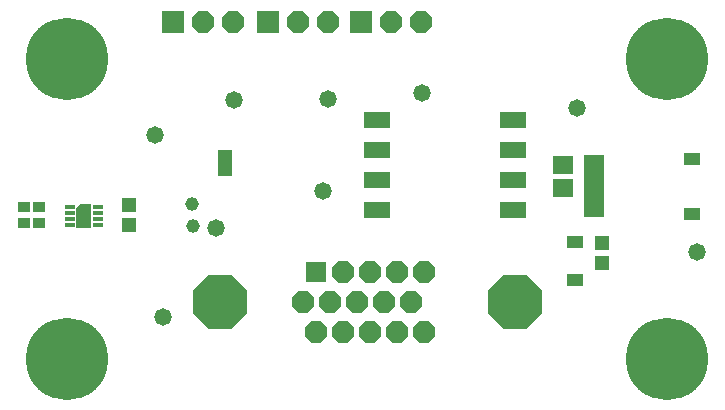
<source format=gbr>
G04 EAGLE Gerber RS-274X export*
G75*
%MOMM*%
%FSLAX34Y34*%
%LPD*%
%INSoldermask Top*%
%IPPOS*%
%AMOC8*
5,1,8,0,0,1.08239X$1,22.5*%
G01*
%ADD10C,6.959600*%
%ADD11R,2.235200X1.346200*%
%ADD12R,1.103200X0.903200*%
%ADD13R,1.453200X1.003200*%
%ADD14R,1.703200X5.303200*%
%ADD15R,1.423200X1.113200*%
%ADD16R,1.703200X1.503200*%
%ADD17R,1.203200X1.303200*%
%ADD18R,1.882800X1.882800*%
%ADD19P,2.037924X8X202.500000*%
%ADD20R,0.901759X0.399416*%
%ADD21R,0.903759X0.399888*%
%ADD22R,0.901841X0.400500*%
%ADD23R,0.902919X0.401684*%
%ADD24R,0.899303X0.399487*%
%ADD25R,0.897913X0.399859*%
%ADD26R,0.898566X0.400859*%
%ADD27R,0.897909X0.402650*%
%ADD28R,0.403200X1.203200*%
%ADD29C,1.473200*%
%ADD30R,1.812800X1.812800*%
%ADD31P,1.962157X8X202.500000*%
%ADD32P,4.999776X8X202.500000*%
%ADD33C,1.162800*%
%ADD34R,1.162800X1.162800*%

G36*
X88038Y178721D02*
X88038Y178721D01*
X88038Y178722D01*
X88038Y198722D01*
X88035Y198726D01*
X88034Y198726D01*
X78534Y198726D01*
X78532Y198725D01*
X78531Y198725D01*
X75031Y195225D01*
X75031Y195223D01*
X75030Y195222D01*
X75030Y178722D01*
X75033Y178718D01*
X75034Y178718D01*
X88034Y178718D01*
X88038Y178721D01*
G37*
D10*
X67564Y67564D03*
X575564Y67564D03*
X67564Y321564D03*
X575564Y321564D03*
D11*
X330190Y270256D03*
X330190Y244856D03*
X330190Y219456D03*
X330190Y194056D03*
X444510Y194056D03*
X444510Y219456D03*
X444510Y244856D03*
X444510Y270256D03*
D12*
X43434Y183238D03*
X43434Y196238D03*
X30734Y196238D03*
X30734Y183238D03*
D13*
X596140Y190741D03*
X596140Y236741D03*
D14*
X513640Y213741D03*
D15*
X497205Y134272D03*
X497205Y166972D03*
D16*
X487299Y231877D03*
X487299Y212877D03*
D17*
X520319Y149234D03*
X520319Y166234D03*
X119634Y181238D03*
X119634Y198238D03*
D18*
X156972Y352933D03*
D19*
X182372Y352933D03*
X207772Y352933D03*
D18*
X237236Y352933D03*
D19*
X262636Y352933D03*
X288036Y352933D03*
D18*
X316484Y352933D03*
D19*
X341884Y352933D03*
X367284Y352933D03*
D20*
X69525Y196225D03*
D21*
X69515Y191223D03*
D22*
X69525Y186220D03*
D23*
X69519Y181214D03*
D24*
X93537Y196225D03*
D25*
X93544Y191223D03*
D26*
X93541Y186218D03*
D27*
X93544Y181209D03*
D28*
X81534Y188722D03*
D29*
X499237Y279908D03*
D30*
X278264Y140970D03*
D31*
X301164Y140970D03*
X324064Y140970D03*
X346964Y140970D03*
X369864Y140970D03*
X266864Y115570D03*
X289764Y115570D03*
X312664Y115570D03*
X335564Y115570D03*
X358464Y115570D03*
X278264Y90170D03*
X301164Y90170D03*
X324064Y90170D03*
X346964Y90170D03*
X369864Y90170D03*
D32*
X446564Y115570D03*
X196564Y115570D03*
D29*
X600583Y157988D03*
X148717Y102997D03*
X367665Y293116D03*
X283972Y209931D03*
X141859Y257302D03*
X193421Y178562D03*
X208407Y287274D03*
X288290Y288163D03*
D33*
X172720Y199263D03*
X173609Y179959D03*
D34*
X201295Y238506D03*
X201295Y228727D03*
M02*

</source>
